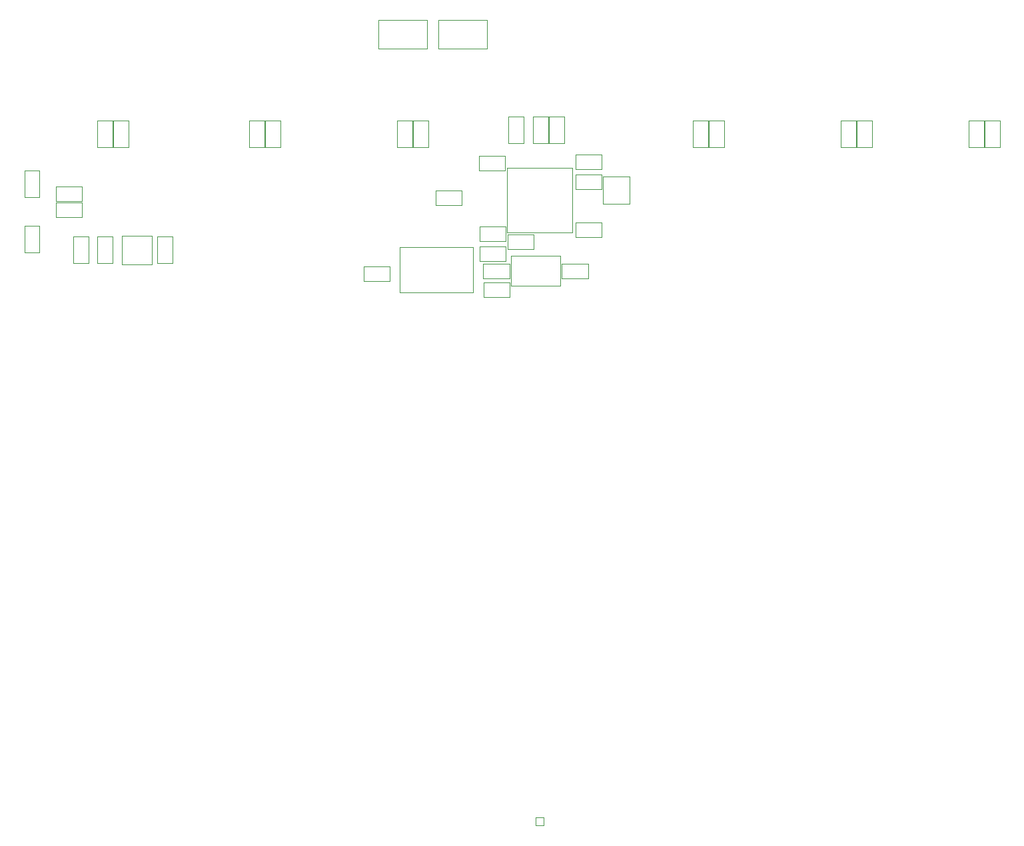
<source format=gbr>
G04 #@! TF.GenerationSoftware,KiCad,Pcbnew,5.1.7-a382d34a8~88~ubuntu20.04.1*
G04 #@! TF.CreationDate,2021-04-25T15:43:49-07:00*
G04 #@! TF.ProjectId,keypad-base,6b657970-6164-42d6-9261-73652e6b6963,Apr2021*
G04 #@! TF.SameCoordinates,Original*
G04 #@! TF.FileFunction,Other,User*
%FSLAX46Y46*%
G04 Gerber Fmt 4.6, Leading zero omitted, Abs format (unit mm)*
G04 Created by KiCad (PCBNEW 5.1.7-a382d34a8~88~ubuntu20.04.1) date 2021-04-25 15:43:49*
%MOMM*%
%LPD*%
G01*
G04 APERTURE LIST*
%ADD10C,0.050000*%
%ADD11C,0.120000*%
G04 APERTURE END LIST*
D10*
G04 #@! TO.C,R11*
X162716000Y-91506000D02*
X162716000Y-93406000D01*
X162716000Y-93406000D02*
X159356000Y-93406000D01*
X159356000Y-93406000D02*
X159356000Y-91506000D01*
X159356000Y-91506000D02*
X162716000Y-91506000D01*
G04 #@! TO.C,R4*
X144116000Y-91374000D02*
X144116000Y-89474000D01*
X144116000Y-89474000D02*
X147476000Y-89474000D01*
X147476000Y-89474000D02*
X147476000Y-91374000D01*
X147476000Y-91374000D02*
X144116000Y-91374000D01*
G04 #@! TO.C,U11*
X148766000Y-87056000D02*
X148766000Y-92776000D01*
X148766000Y-92776000D02*
X158066000Y-92776000D01*
X158066000Y-92776000D02*
X158066000Y-87056000D01*
X158066000Y-87056000D02*
X148766000Y-87056000D01*
G04 #@! TO.C,J3*
X146028000Y-58144000D02*
X146028000Y-61744000D01*
X152178000Y-58144000D02*
X146028000Y-58144000D01*
X152178000Y-61744000D02*
X152178000Y-58144000D01*
X146028000Y-61744000D02*
X152178000Y-61744000D01*
G04 #@! TO.C,J2*
X153648000Y-58144000D02*
X153648000Y-61744000D01*
X159798000Y-58144000D02*
X153648000Y-58144000D01*
X159798000Y-61744000D02*
X159798000Y-58144000D01*
X153648000Y-61744000D02*
X159798000Y-61744000D01*
G04 #@! TO.C,C20*
X158848000Y-88834000D02*
X158848000Y-86934000D01*
X158848000Y-86934000D02*
X162208000Y-86934000D01*
X162208000Y-86934000D02*
X162208000Y-88834000D01*
X162208000Y-88834000D02*
X158848000Y-88834000D01*
G04 #@! TO.C,U10*
X113416000Y-89176000D02*
X113416000Y-85576000D01*
X117216000Y-89176000D02*
X113416000Y-89176000D01*
X117216000Y-85576000D02*
X117216000Y-89176000D01*
X113416000Y-85576000D02*
X117216000Y-85576000D01*
G04 #@! TO.C,C18*
X117922000Y-89056000D02*
X117922000Y-85696000D01*
X119822000Y-89056000D02*
X117922000Y-89056000D01*
X119822000Y-85696000D02*
X119822000Y-89056000D01*
X117922000Y-85696000D02*
X119822000Y-85696000D01*
G04 #@! TO.C,C17*
X208722000Y-70964000D02*
X208722000Y-74324000D01*
X206822000Y-70964000D02*
X208722000Y-70964000D01*
X206822000Y-74324000D02*
X206822000Y-70964000D01*
X208722000Y-74324000D02*
X206822000Y-74324000D01*
G04 #@! TO.C,C16*
X110302000Y-89056000D02*
X110302000Y-85696000D01*
X112202000Y-89056000D02*
X110302000Y-89056000D01*
X112202000Y-85696000D02*
X112202000Y-89056000D01*
X110302000Y-85696000D02*
X112202000Y-85696000D01*
G04 #@! TO.C,C15*
X189926000Y-70964000D02*
X189926000Y-74324000D01*
X188026000Y-70964000D02*
X189926000Y-70964000D01*
X188026000Y-74324000D02*
X188026000Y-70964000D01*
X189926000Y-74324000D02*
X188026000Y-74324000D01*
G04 #@! TO.C,C14*
X169606000Y-70456000D02*
X169606000Y-73816000D01*
X167706000Y-70456000D02*
X169606000Y-70456000D01*
X167706000Y-73816000D02*
X167706000Y-70456000D01*
X169606000Y-73816000D02*
X167706000Y-73816000D01*
G04 #@! TO.C,C13*
X152334000Y-70964000D02*
X152334000Y-74324000D01*
X150434000Y-70964000D02*
X152334000Y-70964000D01*
X150434000Y-74324000D02*
X150434000Y-70964000D01*
X152334000Y-74324000D02*
X150434000Y-74324000D01*
G04 #@! TO.C,C12*
X133538000Y-70964000D02*
X133538000Y-74324000D01*
X131638000Y-70964000D02*
X133538000Y-70964000D01*
X131638000Y-74324000D02*
X131638000Y-70964000D01*
X133538000Y-74324000D02*
X131638000Y-74324000D01*
G04 #@! TO.C,C11*
X114234000Y-70964000D02*
X114234000Y-74324000D01*
X112334000Y-70964000D02*
X114234000Y-70964000D01*
X112334000Y-74324000D02*
X112334000Y-70964000D01*
X114234000Y-74324000D02*
X112334000Y-74324000D01*
G04 #@! TO.C,C9*
X107254000Y-89056000D02*
X107254000Y-85696000D01*
X109154000Y-89056000D02*
X107254000Y-89056000D01*
X109154000Y-85696000D02*
X109154000Y-89056000D01*
X107254000Y-85696000D02*
X109154000Y-85696000D01*
G04 #@! TO.C,C8*
X174400000Y-77150000D02*
X171040000Y-77150000D01*
X174400000Y-75250000D02*
X174400000Y-77150000D01*
X171040000Y-75250000D02*
X174400000Y-75250000D01*
X171040000Y-77150000D02*
X171040000Y-75250000D01*
G04 #@! TO.C,R16*
X105000000Y-81346000D02*
X108360000Y-81346000D01*
X105000000Y-83246000D02*
X105000000Y-81346000D01*
X108360000Y-83246000D02*
X105000000Y-83246000D01*
X108360000Y-81346000D02*
X108360000Y-83246000D01*
G04 #@! TO.C,R15*
X105000000Y-79314000D02*
X108360000Y-79314000D01*
X105000000Y-81214000D02*
X105000000Y-79314000D01*
X108360000Y-81214000D02*
X105000000Y-81214000D01*
X108360000Y-79314000D02*
X108360000Y-81214000D01*
G04 #@! TO.C,R14*
X101050000Y-80680000D02*
X101050000Y-77320000D01*
X102950000Y-80680000D02*
X101050000Y-80680000D01*
X102950000Y-77320000D02*
X102950000Y-80680000D01*
X101050000Y-77320000D02*
X102950000Y-77320000D01*
G04 #@! TO.C,R13*
X101050000Y-87680000D02*
X101050000Y-84320000D01*
X102950000Y-87680000D02*
X101050000Y-87680000D01*
X102950000Y-84320000D02*
X102950000Y-87680000D01*
X101050000Y-84320000D02*
X102950000Y-84320000D01*
D11*
G04 #@! TO.C,H1*
X165992000Y-160508000D02*
X165992000Y-159492000D01*
X167008000Y-160508000D02*
X165992000Y-160508000D01*
X167008000Y-159492000D02*
X167008000Y-160508000D01*
X165992000Y-159492000D02*
X167008000Y-159492000D01*
D10*
G04 #@! TO.C,R12*
X174400000Y-79690000D02*
X171040000Y-79690000D01*
X174400000Y-77790000D02*
X174400000Y-79690000D01*
X171040000Y-77790000D02*
X174400000Y-77790000D01*
X171040000Y-79690000D02*
X171040000Y-77790000D01*
G04 #@! TO.C,R10*
X206690000Y-70964000D02*
X206690000Y-74324000D01*
X204790000Y-70964000D02*
X206690000Y-70964000D01*
X204790000Y-74324000D02*
X204790000Y-70964000D01*
X206690000Y-74324000D02*
X204790000Y-74324000D01*
G04 #@! TO.C,R9*
X187894000Y-70964000D02*
X187894000Y-74324000D01*
X185994000Y-70964000D02*
X187894000Y-70964000D01*
X185994000Y-74324000D02*
X185994000Y-70964000D01*
X187894000Y-74324000D02*
X185994000Y-74324000D01*
G04 #@! TO.C,R8*
X167574000Y-70456000D02*
X167574000Y-73816000D01*
X165674000Y-70456000D02*
X167574000Y-70456000D01*
X165674000Y-73816000D02*
X165674000Y-70456000D01*
X167574000Y-73816000D02*
X165674000Y-73816000D01*
G04 #@! TO.C,R7*
X150302000Y-70964000D02*
X150302000Y-74324000D01*
X148402000Y-70964000D02*
X150302000Y-70964000D01*
X148402000Y-74324000D02*
X148402000Y-70964000D01*
X150302000Y-74324000D02*
X148402000Y-74324000D01*
G04 #@! TO.C,R6*
X131506000Y-70964000D02*
X131506000Y-74324000D01*
X129606000Y-70964000D02*
X131506000Y-70964000D01*
X129606000Y-74324000D02*
X129606000Y-70964000D01*
X131506000Y-74324000D02*
X129606000Y-74324000D01*
G04 #@! TO.C,R5*
X112202000Y-70964000D02*
X112202000Y-74324000D01*
X110302000Y-70964000D02*
X112202000Y-70964000D01*
X110302000Y-74324000D02*
X110302000Y-70964000D01*
X112202000Y-74324000D02*
X110302000Y-74324000D01*
G04 #@! TO.C,Q1*
X174576000Y-78006000D02*
X177976000Y-78006000D01*
X177976000Y-78006000D02*
X177976000Y-81506000D01*
X177976000Y-81506000D02*
X174576000Y-81506000D01*
X174576000Y-81506000D02*
X174576000Y-78006000D01*
G04 #@! TO.C,X1*
X169100000Y-91948000D02*
X169100000Y-88148000D01*
X169100000Y-88148000D02*
X162900000Y-88148000D01*
X162900000Y-88148000D02*
X162900000Y-91948000D01*
X162900000Y-91948000D02*
X169100000Y-91948000D01*
G04 #@! TO.C,U1*
X162380000Y-76928000D02*
X162380000Y-85168000D01*
X162380000Y-85168000D02*
X170620000Y-85168000D01*
X170620000Y-85168000D02*
X170620000Y-76928000D01*
X170620000Y-76928000D02*
X162380000Y-76928000D01*
G04 #@! TO.C,R3*
X162208000Y-86294000D02*
X158848000Y-86294000D01*
X162208000Y-84394000D02*
X162208000Y-86294000D01*
X158848000Y-84394000D02*
X162208000Y-84394000D01*
X158848000Y-86294000D02*
X158848000Y-84394000D01*
G04 #@! TO.C,R2*
X222946000Y-70964000D02*
X222946000Y-74324000D01*
X221046000Y-70964000D02*
X222946000Y-70964000D01*
X221046000Y-74324000D02*
X221046000Y-70964000D01*
X222946000Y-74324000D02*
X221046000Y-74324000D01*
G04 #@! TO.C,R1*
X224978000Y-70964000D02*
X224978000Y-74324000D01*
X223078000Y-70964000D02*
X224978000Y-70964000D01*
X223078000Y-74324000D02*
X223078000Y-70964000D01*
X224978000Y-74324000D02*
X223078000Y-74324000D01*
G04 #@! TO.C,C7*
X153260000Y-79822000D02*
X156620000Y-79822000D01*
X153260000Y-81722000D02*
X153260000Y-79822000D01*
X156620000Y-81722000D02*
X153260000Y-81722000D01*
X156620000Y-79822000D02*
X156620000Y-81722000D01*
G04 #@! TO.C,C6*
X162562500Y-73816000D02*
X162562500Y-70456000D01*
X164462500Y-73816000D02*
X162562500Y-73816000D01*
X164462500Y-70456000D02*
X164462500Y-73816000D01*
X162562500Y-70456000D02*
X164462500Y-70456000D01*
G04 #@! TO.C,C5*
X159320000Y-89098000D02*
X162680000Y-89098000D01*
X159320000Y-90998000D02*
X159320000Y-89098000D01*
X162680000Y-90998000D02*
X159320000Y-90998000D01*
X162680000Y-89098000D02*
X162680000Y-90998000D01*
G04 #@! TO.C,C4*
X158784500Y-75377000D02*
X162144500Y-75377000D01*
X158784500Y-77277000D02*
X158784500Y-75377000D01*
X162144500Y-77277000D02*
X158784500Y-77277000D01*
X162144500Y-75377000D02*
X162144500Y-77277000D01*
G04 #@! TO.C,C3*
X162404000Y-85410000D02*
X165764000Y-85410000D01*
X162404000Y-87310000D02*
X162404000Y-85410000D01*
X165764000Y-87310000D02*
X162404000Y-87310000D01*
X165764000Y-85410000D02*
X165764000Y-87310000D01*
G04 #@! TO.C,C2*
X172680000Y-90998000D02*
X169320000Y-90998000D01*
X172680000Y-89098000D02*
X172680000Y-90998000D01*
X169320000Y-89098000D02*
X172680000Y-89098000D01*
X169320000Y-90998000D02*
X169320000Y-89098000D01*
G04 #@! TO.C,C1*
X174400000Y-85786000D02*
X171040000Y-85786000D01*
X174400000Y-83886000D02*
X174400000Y-85786000D01*
X171040000Y-83886000D02*
X174400000Y-83886000D01*
X171040000Y-85786000D02*
X171040000Y-83886000D01*
G04 #@! TD*
M02*

</source>
